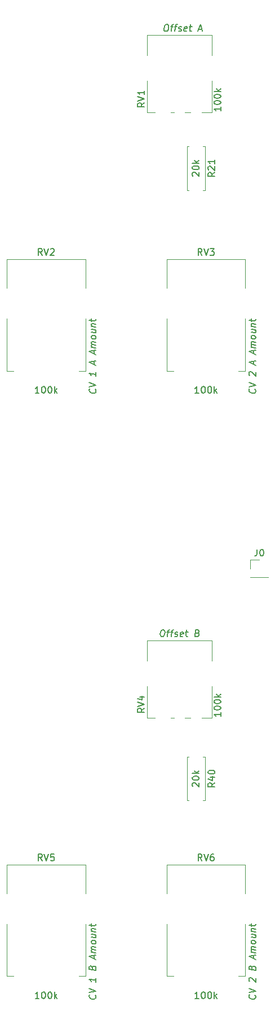
<source format=gto>
%TF.GenerationSoftware,KiCad,Pcbnew,9.0.0*%
%TF.CreationDate,2025-03-16T11:52:38+01:00*%
%TF.ProjectId,DMH_Transistor_VCA_PCB_Conn,444d485f-5472-4616-9e73-6973746f725f,1*%
%TF.SameCoordinates,Original*%
%TF.FileFunction,Legend,Top*%
%TF.FilePolarity,Positive*%
%FSLAX46Y46*%
G04 Gerber Fmt 4.6, Leading zero omitted, Abs format (unit mm)*
G04 Created by KiCad (PCBNEW 9.0.0) date 2025-03-16 11:52:38*
%MOMM*%
%LPD*%
G01*
G04 APERTURE LIST*
%ADD10C,0.150000*%
%ADD11C,0.120000*%
%ADD12C,1.600000*%
%ADD13O,1.600000X1.600000*%
%ADD14O,4.000000X4.200000*%
%ADD15C,1.800000*%
%ADD16R,1.800000X1.800000*%
%ADD17R,1.700000X1.700000*%
%ADD18O,2.720000X3.240000*%
%ADD19O,1.700000X1.700000*%
G04 APERTURE END LIST*
D10*
X88324819Y-75642857D02*
X87848628Y-75976190D01*
X88324819Y-76214285D02*
X87324819Y-76214285D01*
X87324819Y-76214285D02*
X87324819Y-75833333D01*
X87324819Y-75833333D02*
X87372438Y-75738095D01*
X87372438Y-75738095D02*
X87420057Y-75690476D01*
X87420057Y-75690476D02*
X87515295Y-75642857D01*
X87515295Y-75642857D02*
X87658152Y-75642857D01*
X87658152Y-75642857D02*
X87753390Y-75690476D01*
X87753390Y-75690476D02*
X87801009Y-75738095D01*
X87801009Y-75738095D02*
X87848628Y-75833333D01*
X87848628Y-75833333D02*
X87848628Y-76214285D01*
X87420057Y-75261904D02*
X87372438Y-75214285D01*
X87372438Y-75214285D02*
X87324819Y-75119047D01*
X87324819Y-75119047D02*
X87324819Y-74880952D01*
X87324819Y-74880952D02*
X87372438Y-74785714D01*
X87372438Y-74785714D02*
X87420057Y-74738095D01*
X87420057Y-74738095D02*
X87515295Y-74690476D01*
X87515295Y-74690476D02*
X87610533Y-74690476D01*
X87610533Y-74690476D02*
X87753390Y-74738095D01*
X87753390Y-74738095D02*
X88324819Y-75309523D01*
X88324819Y-75309523D02*
X88324819Y-74690476D01*
X88324819Y-73738095D02*
X88324819Y-74309523D01*
X88324819Y-74023809D02*
X87324819Y-74023809D01*
X87324819Y-74023809D02*
X87467676Y-74119047D01*
X87467676Y-74119047D02*
X87562914Y-74214285D01*
X87562914Y-74214285D02*
X87610533Y-74309523D01*
X85050057Y-76166666D02*
X85002438Y-76119047D01*
X85002438Y-76119047D02*
X84954819Y-76023809D01*
X84954819Y-76023809D02*
X84954819Y-75785714D01*
X84954819Y-75785714D02*
X85002438Y-75690476D01*
X85002438Y-75690476D02*
X85050057Y-75642857D01*
X85050057Y-75642857D02*
X85145295Y-75595238D01*
X85145295Y-75595238D02*
X85240533Y-75595238D01*
X85240533Y-75595238D02*
X85383390Y-75642857D01*
X85383390Y-75642857D02*
X85954819Y-76214285D01*
X85954819Y-76214285D02*
X85954819Y-75595238D01*
X84954819Y-74976190D02*
X84954819Y-74880952D01*
X84954819Y-74880952D02*
X85002438Y-74785714D01*
X85002438Y-74785714D02*
X85050057Y-74738095D01*
X85050057Y-74738095D02*
X85145295Y-74690476D01*
X85145295Y-74690476D02*
X85335771Y-74642857D01*
X85335771Y-74642857D02*
X85573866Y-74642857D01*
X85573866Y-74642857D02*
X85764342Y-74690476D01*
X85764342Y-74690476D02*
X85859580Y-74738095D01*
X85859580Y-74738095D02*
X85907200Y-74785714D01*
X85907200Y-74785714D02*
X85954819Y-74880952D01*
X85954819Y-74880952D02*
X85954819Y-74976190D01*
X85954819Y-74976190D02*
X85907200Y-75071428D01*
X85907200Y-75071428D02*
X85859580Y-75119047D01*
X85859580Y-75119047D02*
X85764342Y-75166666D01*
X85764342Y-75166666D02*
X85573866Y-75214285D01*
X85573866Y-75214285D02*
X85335771Y-75214285D01*
X85335771Y-75214285D02*
X85145295Y-75166666D01*
X85145295Y-75166666D02*
X85050057Y-75119047D01*
X85050057Y-75119047D02*
X85002438Y-75071428D01*
X85002438Y-75071428D02*
X84954819Y-74976190D01*
X85954819Y-74214285D02*
X84954819Y-74214285D01*
X85573866Y-74119047D02*
X85954819Y-73833333D01*
X85288152Y-73833333D02*
X85669104Y-74214285D01*
X86404761Y-88054819D02*
X86071428Y-87578628D01*
X85833333Y-88054819D02*
X85833333Y-87054819D01*
X85833333Y-87054819D02*
X86214285Y-87054819D01*
X86214285Y-87054819D02*
X86309523Y-87102438D01*
X86309523Y-87102438D02*
X86357142Y-87150057D01*
X86357142Y-87150057D02*
X86404761Y-87245295D01*
X86404761Y-87245295D02*
X86404761Y-87388152D01*
X86404761Y-87388152D02*
X86357142Y-87483390D01*
X86357142Y-87483390D02*
X86309523Y-87531009D01*
X86309523Y-87531009D02*
X86214285Y-87578628D01*
X86214285Y-87578628D02*
X85833333Y-87578628D01*
X86690476Y-87054819D02*
X87023809Y-88054819D01*
X87023809Y-88054819D02*
X87357142Y-87054819D01*
X87595238Y-87054819D02*
X88214285Y-87054819D01*
X88214285Y-87054819D02*
X87880952Y-87435771D01*
X87880952Y-87435771D02*
X88023809Y-87435771D01*
X88023809Y-87435771D02*
X88119047Y-87483390D01*
X88119047Y-87483390D02*
X88166666Y-87531009D01*
X88166666Y-87531009D02*
X88214285Y-87626247D01*
X88214285Y-87626247D02*
X88214285Y-87864342D01*
X88214285Y-87864342D02*
X88166666Y-87959580D01*
X88166666Y-87959580D02*
X88119047Y-88007200D01*
X88119047Y-88007200D02*
X88023809Y-88054819D01*
X88023809Y-88054819D02*
X87738095Y-88054819D01*
X87738095Y-88054819D02*
X87642857Y-88007200D01*
X87642857Y-88007200D02*
X87595238Y-87959580D01*
X85928571Y-108704819D02*
X85357143Y-108704819D01*
X85642857Y-108704819D02*
X85642857Y-107704819D01*
X85642857Y-107704819D02*
X85547619Y-107847676D01*
X85547619Y-107847676D02*
X85452381Y-107942914D01*
X85452381Y-107942914D02*
X85357143Y-107990533D01*
X86547619Y-107704819D02*
X86642857Y-107704819D01*
X86642857Y-107704819D02*
X86738095Y-107752438D01*
X86738095Y-107752438D02*
X86785714Y-107800057D01*
X86785714Y-107800057D02*
X86833333Y-107895295D01*
X86833333Y-107895295D02*
X86880952Y-108085771D01*
X86880952Y-108085771D02*
X86880952Y-108323866D01*
X86880952Y-108323866D02*
X86833333Y-108514342D01*
X86833333Y-108514342D02*
X86785714Y-108609580D01*
X86785714Y-108609580D02*
X86738095Y-108657200D01*
X86738095Y-108657200D02*
X86642857Y-108704819D01*
X86642857Y-108704819D02*
X86547619Y-108704819D01*
X86547619Y-108704819D02*
X86452381Y-108657200D01*
X86452381Y-108657200D02*
X86404762Y-108609580D01*
X86404762Y-108609580D02*
X86357143Y-108514342D01*
X86357143Y-108514342D02*
X86309524Y-108323866D01*
X86309524Y-108323866D02*
X86309524Y-108085771D01*
X86309524Y-108085771D02*
X86357143Y-107895295D01*
X86357143Y-107895295D02*
X86404762Y-107800057D01*
X86404762Y-107800057D02*
X86452381Y-107752438D01*
X86452381Y-107752438D02*
X86547619Y-107704819D01*
X87500000Y-107704819D02*
X87595238Y-107704819D01*
X87595238Y-107704819D02*
X87690476Y-107752438D01*
X87690476Y-107752438D02*
X87738095Y-107800057D01*
X87738095Y-107800057D02*
X87785714Y-107895295D01*
X87785714Y-107895295D02*
X87833333Y-108085771D01*
X87833333Y-108085771D02*
X87833333Y-108323866D01*
X87833333Y-108323866D02*
X87785714Y-108514342D01*
X87785714Y-108514342D02*
X87738095Y-108609580D01*
X87738095Y-108609580D02*
X87690476Y-108657200D01*
X87690476Y-108657200D02*
X87595238Y-108704819D01*
X87595238Y-108704819D02*
X87500000Y-108704819D01*
X87500000Y-108704819D02*
X87404762Y-108657200D01*
X87404762Y-108657200D02*
X87357143Y-108609580D01*
X87357143Y-108609580D02*
X87309524Y-108514342D01*
X87309524Y-108514342D02*
X87261905Y-108323866D01*
X87261905Y-108323866D02*
X87261905Y-108085771D01*
X87261905Y-108085771D02*
X87309524Y-107895295D01*
X87309524Y-107895295D02*
X87357143Y-107800057D01*
X87357143Y-107800057D02*
X87404762Y-107752438D01*
X87404762Y-107752438D02*
X87500000Y-107704819D01*
X88261905Y-108704819D02*
X88261905Y-107704819D01*
X88357143Y-108323866D02*
X88642857Y-108704819D01*
X88642857Y-108038152D02*
X88261905Y-108419104D01*
X94359580Y-108148809D02*
X94407200Y-108202381D01*
X94407200Y-108202381D02*
X94454819Y-108351190D01*
X94454819Y-108351190D02*
X94454819Y-108446428D01*
X94454819Y-108446428D02*
X94407200Y-108583333D01*
X94407200Y-108583333D02*
X94311961Y-108666666D01*
X94311961Y-108666666D02*
X94216723Y-108702381D01*
X94216723Y-108702381D02*
X94026247Y-108726190D01*
X94026247Y-108726190D02*
X93883390Y-108708333D01*
X93883390Y-108708333D02*
X93692914Y-108636905D01*
X93692914Y-108636905D02*
X93597676Y-108577381D01*
X93597676Y-108577381D02*
X93502438Y-108470238D01*
X93502438Y-108470238D02*
X93454819Y-108321428D01*
X93454819Y-108321428D02*
X93454819Y-108226190D01*
X93454819Y-108226190D02*
X93502438Y-108089286D01*
X93502438Y-108089286D02*
X93550057Y-108047619D01*
X93454819Y-107750000D02*
X94454819Y-107541666D01*
X94454819Y-107541666D02*
X93454819Y-107083333D01*
X93550057Y-106047618D02*
X93502438Y-105994047D01*
X93502438Y-105994047D02*
X93454819Y-105892857D01*
X93454819Y-105892857D02*
X93454819Y-105654761D01*
X93454819Y-105654761D02*
X93502438Y-105565476D01*
X93502438Y-105565476D02*
X93550057Y-105523809D01*
X93550057Y-105523809D02*
X93645295Y-105488095D01*
X93645295Y-105488095D02*
X93740533Y-105499999D01*
X93740533Y-105499999D02*
X93883390Y-105565476D01*
X93883390Y-105565476D02*
X94454819Y-106208333D01*
X94454819Y-106208333D02*
X94454819Y-105589285D01*
X94169104Y-104410713D02*
X94169104Y-103934523D01*
X94454819Y-104541666D02*
X93454819Y-104083332D01*
X93454819Y-104083332D02*
X94454819Y-103874999D01*
X94169104Y-102791665D02*
X94169104Y-102315475D01*
X94454819Y-102922618D02*
X93454819Y-102464284D01*
X93454819Y-102464284D02*
X94454819Y-102255951D01*
X94454819Y-101922618D02*
X93788152Y-101839284D01*
X93883390Y-101851189D02*
X93835771Y-101797618D01*
X93835771Y-101797618D02*
X93788152Y-101696427D01*
X93788152Y-101696427D02*
X93788152Y-101553570D01*
X93788152Y-101553570D02*
X93835771Y-101464284D01*
X93835771Y-101464284D02*
X93931009Y-101428570D01*
X93931009Y-101428570D02*
X94454819Y-101494046D01*
X93931009Y-101428570D02*
X93835771Y-101369046D01*
X93835771Y-101369046D02*
X93788152Y-101267856D01*
X93788152Y-101267856D02*
X93788152Y-101124999D01*
X93788152Y-101124999D02*
X93835771Y-101035713D01*
X93835771Y-101035713D02*
X93931009Y-100999999D01*
X93931009Y-100999999D02*
X94454819Y-101065475D01*
X94454819Y-100446428D02*
X94407200Y-100535713D01*
X94407200Y-100535713D02*
X94359580Y-100577380D01*
X94359580Y-100577380D02*
X94264342Y-100613094D01*
X94264342Y-100613094D02*
X93978628Y-100577380D01*
X93978628Y-100577380D02*
X93883390Y-100517856D01*
X93883390Y-100517856D02*
X93835771Y-100464285D01*
X93835771Y-100464285D02*
X93788152Y-100363094D01*
X93788152Y-100363094D02*
X93788152Y-100220237D01*
X93788152Y-100220237D02*
X93835771Y-100130951D01*
X93835771Y-100130951D02*
X93883390Y-100089285D01*
X93883390Y-100089285D02*
X93978628Y-100053570D01*
X93978628Y-100053570D02*
X94264342Y-100089285D01*
X94264342Y-100089285D02*
X94359580Y-100148808D01*
X94359580Y-100148808D02*
X94407200Y-100202380D01*
X94407200Y-100202380D02*
X94454819Y-100303570D01*
X94454819Y-100303570D02*
X94454819Y-100446428D01*
X93788152Y-99172618D02*
X94454819Y-99255951D01*
X93788152Y-99601189D02*
X94311961Y-99666666D01*
X94311961Y-99666666D02*
X94407200Y-99630951D01*
X94407200Y-99630951D02*
X94454819Y-99541666D01*
X94454819Y-99541666D02*
X94454819Y-99398808D01*
X94454819Y-99398808D02*
X94407200Y-99297618D01*
X94407200Y-99297618D02*
X94359580Y-99244046D01*
X93788152Y-98696427D02*
X94454819Y-98779761D01*
X93883390Y-98708332D02*
X93835771Y-98654761D01*
X93835771Y-98654761D02*
X93788152Y-98553570D01*
X93788152Y-98553570D02*
X93788152Y-98410713D01*
X93788152Y-98410713D02*
X93835771Y-98321427D01*
X93835771Y-98321427D02*
X93931009Y-98285713D01*
X93931009Y-98285713D02*
X94454819Y-98351189D01*
X93788152Y-97934522D02*
X93788152Y-97553570D01*
X93454819Y-97749999D02*
X94311961Y-97857142D01*
X94311961Y-97857142D02*
X94407200Y-97821427D01*
X94407200Y-97821427D02*
X94454819Y-97732142D01*
X94454819Y-97732142D02*
X94454819Y-97636903D01*
X62404761Y-88054819D02*
X62071428Y-87578628D01*
X61833333Y-88054819D02*
X61833333Y-87054819D01*
X61833333Y-87054819D02*
X62214285Y-87054819D01*
X62214285Y-87054819D02*
X62309523Y-87102438D01*
X62309523Y-87102438D02*
X62357142Y-87150057D01*
X62357142Y-87150057D02*
X62404761Y-87245295D01*
X62404761Y-87245295D02*
X62404761Y-87388152D01*
X62404761Y-87388152D02*
X62357142Y-87483390D01*
X62357142Y-87483390D02*
X62309523Y-87531009D01*
X62309523Y-87531009D02*
X62214285Y-87578628D01*
X62214285Y-87578628D02*
X61833333Y-87578628D01*
X62690476Y-87054819D02*
X63023809Y-88054819D01*
X63023809Y-88054819D02*
X63357142Y-87054819D01*
X63642857Y-87150057D02*
X63690476Y-87102438D01*
X63690476Y-87102438D02*
X63785714Y-87054819D01*
X63785714Y-87054819D02*
X64023809Y-87054819D01*
X64023809Y-87054819D02*
X64119047Y-87102438D01*
X64119047Y-87102438D02*
X64166666Y-87150057D01*
X64166666Y-87150057D02*
X64214285Y-87245295D01*
X64214285Y-87245295D02*
X64214285Y-87340533D01*
X64214285Y-87340533D02*
X64166666Y-87483390D01*
X64166666Y-87483390D02*
X63595238Y-88054819D01*
X63595238Y-88054819D02*
X64214285Y-88054819D01*
X61928571Y-108704819D02*
X61357143Y-108704819D01*
X61642857Y-108704819D02*
X61642857Y-107704819D01*
X61642857Y-107704819D02*
X61547619Y-107847676D01*
X61547619Y-107847676D02*
X61452381Y-107942914D01*
X61452381Y-107942914D02*
X61357143Y-107990533D01*
X62547619Y-107704819D02*
X62642857Y-107704819D01*
X62642857Y-107704819D02*
X62738095Y-107752438D01*
X62738095Y-107752438D02*
X62785714Y-107800057D01*
X62785714Y-107800057D02*
X62833333Y-107895295D01*
X62833333Y-107895295D02*
X62880952Y-108085771D01*
X62880952Y-108085771D02*
X62880952Y-108323866D01*
X62880952Y-108323866D02*
X62833333Y-108514342D01*
X62833333Y-108514342D02*
X62785714Y-108609580D01*
X62785714Y-108609580D02*
X62738095Y-108657200D01*
X62738095Y-108657200D02*
X62642857Y-108704819D01*
X62642857Y-108704819D02*
X62547619Y-108704819D01*
X62547619Y-108704819D02*
X62452381Y-108657200D01*
X62452381Y-108657200D02*
X62404762Y-108609580D01*
X62404762Y-108609580D02*
X62357143Y-108514342D01*
X62357143Y-108514342D02*
X62309524Y-108323866D01*
X62309524Y-108323866D02*
X62309524Y-108085771D01*
X62309524Y-108085771D02*
X62357143Y-107895295D01*
X62357143Y-107895295D02*
X62404762Y-107800057D01*
X62404762Y-107800057D02*
X62452381Y-107752438D01*
X62452381Y-107752438D02*
X62547619Y-107704819D01*
X63500000Y-107704819D02*
X63595238Y-107704819D01*
X63595238Y-107704819D02*
X63690476Y-107752438D01*
X63690476Y-107752438D02*
X63738095Y-107800057D01*
X63738095Y-107800057D02*
X63785714Y-107895295D01*
X63785714Y-107895295D02*
X63833333Y-108085771D01*
X63833333Y-108085771D02*
X63833333Y-108323866D01*
X63833333Y-108323866D02*
X63785714Y-108514342D01*
X63785714Y-108514342D02*
X63738095Y-108609580D01*
X63738095Y-108609580D02*
X63690476Y-108657200D01*
X63690476Y-108657200D02*
X63595238Y-108704819D01*
X63595238Y-108704819D02*
X63500000Y-108704819D01*
X63500000Y-108704819D02*
X63404762Y-108657200D01*
X63404762Y-108657200D02*
X63357143Y-108609580D01*
X63357143Y-108609580D02*
X63309524Y-108514342D01*
X63309524Y-108514342D02*
X63261905Y-108323866D01*
X63261905Y-108323866D02*
X63261905Y-108085771D01*
X63261905Y-108085771D02*
X63309524Y-107895295D01*
X63309524Y-107895295D02*
X63357143Y-107800057D01*
X63357143Y-107800057D02*
X63404762Y-107752438D01*
X63404762Y-107752438D02*
X63500000Y-107704819D01*
X64261905Y-108704819D02*
X64261905Y-107704819D01*
X64357143Y-108323866D02*
X64642857Y-108704819D01*
X64642857Y-108038152D02*
X64261905Y-108419104D01*
X70359580Y-108148809D02*
X70407200Y-108202381D01*
X70407200Y-108202381D02*
X70454819Y-108351190D01*
X70454819Y-108351190D02*
X70454819Y-108446428D01*
X70454819Y-108446428D02*
X70407200Y-108583333D01*
X70407200Y-108583333D02*
X70311961Y-108666666D01*
X70311961Y-108666666D02*
X70216723Y-108702381D01*
X70216723Y-108702381D02*
X70026247Y-108726190D01*
X70026247Y-108726190D02*
X69883390Y-108708333D01*
X69883390Y-108708333D02*
X69692914Y-108636905D01*
X69692914Y-108636905D02*
X69597676Y-108577381D01*
X69597676Y-108577381D02*
X69502438Y-108470238D01*
X69502438Y-108470238D02*
X69454819Y-108321428D01*
X69454819Y-108321428D02*
X69454819Y-108226190D01*
X69454819Y-108226190D02*
X69502438Y-108089286D01*
X69502438Y-108089286D02*
X69550057Y-108047619D01*
X69454819Y-107750000D02*
X70454819Y-107541666D01*
X70454819Y-107541666D02*
X69454819Y-107083333D01*
X70454819Y-105589285D02*
X70454819Y-106160714D01*
X70454819Y-105874999D02*
X69454819Y-105749999D01*
X69454819Y-105749999D02*
X69597676Y-105863095D01*
X69597676Y-105863095D02*
X69692914Y-105970238D01*
X69692914Y-105970238D02*
X69740533Y-106071428D01*
X70169104Y-104410713D02*
X70169104Y-103934523D01*
X70454819Y-104541666D02*
X69454819Y-104083332D01*
X69454819Y-104083332D02*
X70454819Y-103874999D01*
X70169104Y-102791665D02*
X70169104Y-102315475D01*
X70454819Y-102922618D02*
X69454819Y-102464284D01*
X69454819Y-102464284D02*
X70454819Y-102255951D01*
X70454819Y-101922618D02*
X69788152Y-101839284D01*
X69883390Y-101851189D02*
X69835771Y-101797618D01*
X69835771Y-101797618D02*
X69788152Y-101696427D01*
X69788152Y-101696427D02*
X69788152Y-101553570D01*
X69788152Y-101553570D02*
X69835771Y-101464284D01*
X69835771Y-101464284D02*
X69931009Y-101428570D01*
X69931009Y-101428570D02*
X70454819Y-101494046D01*
X69931009Y-101428570D02*
X69835771Y-101369046D01*
X69835771Y-101369046D02*
X69788152Y-101267856D01*
X69788152Y-101267856D02*
X69788152Y-101124999D01*
X69788152Y-101124999D02*
X69835771Y-101035713D01*
X69835771Y-101035713D02*
X69931009Y-100999999D01*
X69931009Y-100999999D02*
X70454819Y-101065475D01*
X70454819Y-100446428D02*
X70407200Y-100535713D01*
X70407200Y-100535713D02*
X70359580Y-100577380D01*
X70359580Y-100577380D02*
X70264342Y-100613094D01*
X70264342Y-100613094D02*
X69978628Y-100577380D01*
X69978628Y-100577380D02*
X69883390Y-100517856D01*
X69883390Y-100517856D02*
X69835771Y-100464285D01*
X69835771Y-100464285D02*
X69788152Y-100363094D01*
X69788152Y-100363094D02*
X69788152Y-100220237D01*
X69788152Y-100220237D02*
X69835771Y-100130951D01*
X69835771Y-100130951D02*
X69883390Y-100089285D01*
X69883390Y-100089285D02*
X69978628Y-100053570D01*
X69978628Y-100053570D02*
X70264342Y-100089285D01*
X70264342Y-100089285D02*
X70359580Y-100148808D01*
X70359580Y-100148808D02*
X70407200Y-100202380D01*
X70407200Y-100202380D02*
X70454819Y-100303570D01*
X70454819Y-100303570D02*
X70454819Y-100446428D01*
X69788152Y-99172618D02*
X70454819Y-99255951D01*
X69788152Y-99601189D02*
X70311961Y-99666666D01*
X70311961Y-99666666D02*
X70407200Y-99630951D01*
X70407200Y-99630951D02*
X70454819Y-99541666D01*
X70454819Y-99541666D02*
X70454819Y-99398808D01*
X70454819Y-99398808D02*
X70407200Y-99297618D01*
X70407200Y-99297618D02*
X70359580Y-99244046D01*
X69788152Y-98696427D02*
X70454819Y-98779761D01*
X69883390Y-98708332D02*
X69835771Y-98654761D01*
X69835771Y-98654761D02*
X69788152Y-98553570D01*
X69788152Y-98553570D02*
X69788152Y-98410713D01*
X69788152Y-98410713D02*
X69835771Y-98321427D01*
X69835771Y-98321427D02*
X69931009Y-98285713D01*
X69931009Y-98285713D02*
X70454819Y-98351189D01*
X69788152Y-97934522D02*
X69788152Y-97553570D01*
X69454819Y-97749999D02*
X70311961Y-97857142D01*
X70311961Y-97857142D02*
X70407200Y-97821427D01*
X70407200Y-97821427D02*
X70454819Y-97732142D01*
X70454819Y-97732142D02*
X70454819Y-97636903D01*
X94666666Y-132124819D02*
X94666666Y-132839104D01*
X94666666Y-132839104D02*
X94619047Y-132981961D01*
X94619047Y-132981961D02*
X94523809Y-133077200D01*
X94523809Y-133077200D02*
X94380952Y-133124819D01*
X94380952Y-133124819D02*
X94285714Y-133124819D01*
X95333333Y-132124819D02*
X95428571Y-132124819D01*
X95428571Y-132124819D02*
X95523809Y-132172438D01*
X95523809Y-132172438D02*
X95571428Y-132220057D01*
X95571428Y-132220057D02*
X95619047Y-132315295D01*
X95619047Y-132315295D02*
X95666666Y-132505771D01*
X95666666Y-132505771D02*
X95666666Y-132743866D01*
X95666666Y-132743866D02*
X95619047Y-132934342D01*
X95619047Y-132934342D02*
X95571428Y-133029580D01*
X95571428Y-133029580D02*
X95523809Y-133077200D01*
X95523809Y-133077200D02*
X95428571Y-133124819D01*
X95428571Y-133124819D02*
X95333333Y-133124819D01*
X95333333Y-133124819D02*
X95238095Y-133077200D01*
X95238095Y-133077200D02*
X95190476Y-133029580D01*
X95190476Y-133029580D02*
X95142857Y-132934342D01*
X95142857Y-132934342D02*
X95095238Y-132743866D01*
X95095238Y-132743866D02*
X95095238Y-132505771D01*
X95095238Y-132505771D02*
X95142857Y-132315295D01*
X95142857Y-132315295D02*
X95190476Y-132220057D01*
X95190476Y-132220057D02*
X95238095Y-132172438D01*
X95238095Y-132172438D02*
X95333333Y-132124819D01*
X62404761Y-178804819D02*
X62071428Y-178328628D01*
X61833333Y-178804819D02*
X61833333Y-177804819D01*
X61833333Y-177804819D02*
X62214285Y-177804819D01*
X62214285Y-177804819D02*
X62309523Y-177852438D01*
X62309523Y-177852438D02*
X62357142Y-177900057D01*
X62357142Y-177900057D02*
X62404761Y-177995295D01*
X62404761Y-177995295D02*
X62404761Y-178138152D01*
X62404761Y-178138152D02*
X62357142Y-178233390D01*
X62357142Y-178233390D02*
X62309523Y-178281009D01*
X62309523Y-178281009D02*
X62214285Y-178328628D01*
X62214285Y-178328628D02*
X61833333Y-178328628D01*
X62690476Y-177804819D02*
X63023809Y-178804819D01*
X63023809Y-178804819D02*
X63357142Y-177804819D01*
X64166666Y-177804819D02*
X63690476Y-177804819D01*
X63690476Y-177804819D02*
X63642857Y-178281009D01*
X63642857Y-178281009D02*
X63690476Y-178233390D01*
X63690476Y-178233390D02*
X63785714Y-178185771D01*
X63785714Y-178185771D02*
X64023809Y-178185771D01*
X64023809Y-178185771D02*
X64119047Y-178233390D01*
X64119047Y-178233390D02*
X64166666Y-178281009D01*
X64166666Y-178281009D02*
X64214285Y-178376247D01*
X64214285Y-178376247D02*
X64214285Y-178614342D01*
X64214285Y-178614342D02*
X64166666Y-178709580D01*
X64166666Y-178709580D02*
X64119047Y-178757200D01*
X64119047Y-178757200D02*
X64023809Y-178804819D01*
X64023809Y-178804819D02*
X63785714Y-178804819D01*
X63785714Y-178804819D02*
X63690476Y-178757200D01*
X63690476Y-178757200D02*
X63642857Y-178709580D01*
X61928571Y-199454819D02*
X61357143Y-199454819D01*
X61642857Y-199454819D02*
X61642857Y-198454819D01*
X61642857Y-198454819D02*
X61547619Y-198597676D01*
X61547619Y-198597676D02*
X61452381Y-198692914D01*
X61452381Y-198692914D02*
X61357143Y-198740533D01*
X62547619Y-198454819D02*
X62642857Y-198454819D01*
X62642857Y-198454819D02*
X62738095Y-198502438D01*
X62738095Y-198502438D02*
X62785714Y-198550057D01*
X62785714Y-198550057D02*
X62833333Y-198645295D01*
X62833333Y-198645295D02*
X62880952Y-198835771D01*
X62880952Y-198835771D02*
X62880952Y-199073866D01*
X62880952Y-199073866D02*
X62833333Y-199264342D01*
X62833333Y-199264342D02*
X62785714Y-199359580D01*
X62785714Y-199359580D02*
X62738095Y-199407200D01*
X62738095Y-199407200D02*
X62642857Y-199454819D01*
X62642857Y-199454819D02*
X62547619Y-199454819D01*
X62547619Y-199454819D02*
X62452381Y-199407200D01*
X62452381Y-199407200D02*
X62404762Y-199359580D01*
X62404762Y-199359580D02*
X62357143Y-199264342D01*
X62357143Y-199264342D02*
X62309524Y-199073866D01*
X62309524Y-199073866D02*
X62309524Y-198835771D01*
X62309524Y-198835771D02*
X62357143Y-198645295D01*
X62357143Y-198645295D02*
X62404762Y-198550057D01*
X62404762Y-198550057D02*
X62452381Y-198502438D01*
X62452381Y-198502438D02*
X62547619Y-198454819D01*
X63500000Y-198454819D02*
X63595238Y-198454819D01*
X63595238Y-198454819D02*
X63690476Y-198502438D01*
X63690476Y-198502438D02*
X63738095Y-198550057D01*
X63738095Y-198550057D02*
X63785714Y-198645295D01*
X63785714Y-198645295D02*
X63833333Y-198835771D01*
X63833333Y-198835771D02*
X63833333Y-199073866D01*
X63833333Y-199073866D02*
X63785714Y-199264342D01*
X63785714Y-199264342D02*
X63738095Y-199359580D01*
X63738095Y-199359580D02*
X63690476Y-199407200D01*
X63690476Y-199407200D02*
X63595238Y-199454819D01*
X63595238Y-199454819D02*
X63500000Y-199454819D01*
X63500000Y-199454819D02*
X63404762Y-199407200D01*
X63404762Y-199407200D02*
X63357143Y-199359580D01*
X63357143Y-199359580D02*
X63309524Y-199264342D01*
X63309524Y-199264342D02*
X63261905Y-199073866D01*
X63261905Y-199073866D02*
X63261905Y-198835771D01*
X63261905Y-198835771D02*
X63309524Y-198645295D01*
X63309524Y-198645295D02*
X63357143Y-198550057D01*
X63357143Y-198550057D02*
X63404762Y-198502438D01*
X63404762Y-198502438D02*
X63500000Y-198454819D01*
X64261905Y-199454819D02*
X64261905Y-198454819D01*
X64357143Y-199073866D02*
X64642857Y-199454819D01*
X64642857Y-198788152D02*
X64261905Y-199169104D01*
X70359580Y-198970238D02*
X70407200Y-199023810D01*
X70407200Y-199023810D02*
X70454819Y-199172619D01*
X70454819Y-199172619D02*
X70454819Y-199267857D01*
X70454819Y-199267857D02*
X70407200Y-199404762D01*
X70407200Y-199404762D02*
X70311961Y-199488095D01*
X70311961Y-199488095D02*
X70216723Y-199523810D01*
X70216723Y-199523810D02*
X70026247Y-199547619D01*
X70026247Y-199547619D02*
X69883390Y-199529762D01*
X69883390Y-199529762D02*
X69692914Y-199458334D01*
X69692914Y-199458334D02*
X69597676Y-199398810D01*
X69597676Y-199398810D02*
X69502438Y-199291667D01*
X69502438Y-199291667D02*
X69454819Y-199142857D01*
X69454819Y-199142857D02*
X69454819Y-199047619D01*
X69454819Y-199047619D02*
X69502438Y-198910715D01*
X69502438Y-198910715D02*
X69550057Y-198869048D01*
X69454819Y-198571429D02*
X70454819Y-198363095D01*
X70454819Y-198363095D02*
X69454819Y-197904762D01*
X70454819Y-196410714D02*
X70454819Y-196982143D01*
X70454819Y-196696428D02*
X69454819Y-196571428D01*
X69454819Y-196571428D02*
X69597676Y-196684524D01*
X69597676Y-196684524D02*
X69692914Y-196791667D01*
X69692914Y-196791667D02*
X69740533Y-196892857D01*
X69931009Y-194821428D02*
X69978628Y-194684523D01*
X69978628Y-194684523D02*
X70026247Y-194642857D01*
X70026247Y-194642857D02*
X70121485Y-194607142D01*
X70121485Y-194607142D02*
X70264342Y-194625000D01*
X70264342Y-194625000D02*
X70359580Y-194684523D01*
X70359580Y-194684523D02*
X70407200Y-194738095D01*
X70407200Y-194738095D02*
X70454819Y-194839285D01*
X70454819Y-194839285D02*
X70454819Y-195220238D01*
X70454819Y-195220238D02*
X69454819Y-195095238D01*
X69454819Y-195095238D02*
X69454819Y-194761904D01*
X69454819Y-194761904D02*
X69502438Y-194672619D01*
X69502438Y-194672619D02*
X69550057Y-194630952D01*
X69550057Y-194630952D02*
X69645295Y-194595238D01*
X69645295Y-194595238D02*
X69740533Y-194607142D01*
X69740533Y-194607142D02*
X69835771Y-194666666D01*
X69835771Y-194666666D02*
X69883390Y-194720238D01*
X69883390Y-194720238D02*
X69931009Y-194821428D01*
X69931009Y-194821428D02*
X69931009Y-195154761D01*
X70169104Y-193470237D02*
X70169104Y-192994047D01*
X70454819Y-193601190D02*
X69454819Y-193142856D01*
X69454819Y-193142856D02*
X70454819Y-192934523D01*
X70454819Y-192601190D02*
X69788152Y-192517856D01*
X69883390Y-192529761D02*
X69835771Y-192476190D01*
X69835771Y-192476190D02*
X69788152Y-192374999D01*
X69788152Y-192374999D02*
X69788152Y-192232142D01*
X69788152Y-192232142D02*
X69835771Y-192142856D01*
X69835771Y-192142856D02*
X69931009Y-192107142D01*
X69931009Y-192107142D02*
X70454819Y-192172618D01*
X69931009Y-192107142D02*
X69835771Y-192047618D01*
X69835771Y-192047618D02*
X69788152Y-191946428D01*
X69788152Y-191946428D02*
X69788152Y-191803571D01*
X69788152Y-191803571D02*
X69835771Y-191714285D01*
X69835771Y-191714285D02*
X69931009Y-191678571D01*
X69931009Y-191678571D02*
X70454819Y-191744047D01*
X70454819Y-191125000D02*
X70407200Y-191214285D01*
X70407200Y-191214285D02*
X70359580Y-191255952D01*
X70359580Y-191255952D02*
X70264342Y-191291666D01*
X70264342Y-191291666D02*
X69978628Y-191255952D01*
X69978628Y-191255952D02*
X69883390Y-191196428D01*
X69883390Y-191196428D02*
X69835771Y-191142857D01*
X69835771Y-191142857D02*
X69788152Y-191041666D01*
X69788152Y-191041666D02*
X69788152Y-190898809D01*
X69788152Y-190898809D02*
X69835771Y-190809523D01*
X69835771Y-190809523D02*
X69883390Y-190767857D01*
X69883390Y-190767857D02*
X69978628Y-190732142D01*
X69978628Y-190732142D02*
X70264342Y-190767857D01*
X70264342Y-190767857D02*
X70359580Y-190827380D01*
X70359580Y-190827380D02*
X70407200Y-190880952D01*
X70407200Y-190880952D02*
X70454819Y-190982142D01*
X70454819Y-190982142D02*
X70454819Y-191125000D01*
X69788152Y-189851190D02*
X70454819Y-189934523D01*
X69788152Y-190279761D02*
X70311961Y-190345238D01*
X70311961Y-190345238D02*
X70407200Y-190309523D01*
X70407200Y-190309523D02*
X70454819Y-190220238D01*
X70454819Y-190220238D02*
X70454819Y-190077380D01*
X70454819Y-190077380D02*
X70407200Y-189976190D01*
X70407200Y-189976190D02*
X70359580Y-189922618D01*
X69788152Y-189374999D02*
X70454819Y-189458333D01*
X69883390Y-189386904D02*
X69835771Y-189333333D01*
X69835771Y-189333333D02*
X69788152Y-189232142D01*
X69788152Y-189232142D02*
X69788152Y-189089285D01*
X69788152Y-189089285D02*
X69835771Y-188999999D01*
X69835771Y-188999999D02*
X69931009Y-188964285D01*
X69931009Y-188964285D02*
X70454819Y-189029761D01*
X69788152Y-188613094D02*
X69788152Y-188232142D01*
X69454819Y-188428571D02*
X70311961Y-188535714D01*
X70311961Y-188535714D02*
X70407200Y-188499999D01*
X70407200Y-188499999D02*
X70454819Y-188410714D01*
X70454819Y-188410714D02*
X70454819Y-188315475D01*
X88324819Y-167142857D02*
X87848628Y-167476190D01*
X88324819Y-167714285D02*
X87324819Y-167714285D01*
X87324819Y-167714285D02*
X87324819Y-167333333D01*
X87324819Y-167333333D02*
X87372438Y-167238095D01*
X87372438Y-167238095D02*
X87420057Y-167190476D01*
X87420057Y-167190476D02*
X87515295Y-167142857D01*
X87515295Y-167142857D02*
X87658152Y-167142857D01*
X87658152Y-167142857D02*
X87753390Y-167190476D01*
X87753390Y-167190476D02*
X87801009Y-167238095D01*
X87801009Y-167238095D02*
X87848628Y-167333333D01*
X87848628Y-167333333D02*
X87848628Y-167714285D01*
X87658152Y-166285714D02*
X88324819Y-166285714D01*
X87277200Y-166523809D02*
X87991485Y-166761904D01*
X87991485Y-166761904D02*
X87991485Y-166142857D01*
X87324819Y-165571428D02*
X87324819Y-165476190D01*
X87324819Y-165476190D02*
X87372438Y-165380952D01*
X87372438Y-165380952D02*
X87420057Y-165333333D01*
X87420057Y-165333333D02*
X87515295Y-165285714D01*
X87515295Y-165285714D02*
X87705771Y-165238095D01*
X87705771Y-165238095D02*
X87943866Y-165238095D01*
X87943866Y-165238095D02*
X88134342Y-165285714D01*
X88134342Y-165285714D02*
X88229580Y-165333333D01*
X88229580Y-165333333D02*
X88277200Y-165380952D01*
X88277200Y-165380952D02*
X88324819Y-165476190D01*
X88324819Y-165476190D02*
X88324819Y-165571428D01*
X88324819Y-165571428D02*
X88277200Y-165666666D01*
X88277200Y-165666666D02*
X88229580Y-165714285D01*
X88229580Y-165714285D02*
X88134342Y-165761904D01*
X88134342Y-165761904D02*
X87943866Y-165809523D01*
X87943866Y-165809523D02*
X87705771Y-165809523D01*
X87705771Y-165809523D02*
X87515295Y-165761904D01*
X87515295Y-165761904D02*
X87420057Y-165714285D01*
X87420057Y-165714285D02*
X87372438Y-165666666D01*
X87372438Y-165666666D02*
X87324819Y-165571428D01*
X85050057Y-167666666D02*
X85002438Y-167619047D01*
X85002438Y-167619047D02*
X84954819Y-167523809D01*
X84954819Y-167523809D02*
X84954819Y-167285714D01*
X84954819Y-167285714D02*
X85002438Y-167190476D01*
X85002438Y-167190476D02*
X85050057Y-167142857D01*
X85050057Y-167142857D02*
X85145295Y-167095238D01*
X85145295Y-167095238D02*
X85240533Y-167095238D01*
X85240533Y-167095238D02*
X85383390Y-167142857D01*
X85383390Y-167142857D02*
X85954819Y-167714285D01*
X85954819Y-167714285D02*
X85954819Y-167095238D01*
X84954819Y-166476190D02*
X84954819Y-166380952D01*
X84954819Y-166380952D02*
X85002438Y-166285714D01*
X85002438Y-166285714D02*
X85050057Y-166238095D01*
X85050057Y-166238095D02*
X85145295Y-166190476D01*
X85145295Y-166190476D02*
X85335771Y-166142857D01*
X85335771Y-166142857D02*
X85573866Y-166142857D01*
X85573866Y-166142857D02*
X85764342Y-166190476D01*
X85764342Y-166190476D02*
X85859580Y-166238095D01*
X85859580Y-166238095D02*
X85907200Y-166285714D01*
X85907200Y-166285714D02*
X85954819Y-166380952D01*
X85954819Y-166380952D02*
X85954819Y-166476190D01*
X85954819Y-166476190D02*
X85907200Y-166571428D01*
X85907200Y-166571428D02*
X85859580Y-166619047D01*
X85859580Y-166619047D02*
X85764342Y-166666666D01*
X85764342Y-166666666D02*
X85573866Y-166714285D01*
X85573866Y-166714285D02*
X85335771Y-166714285D01*
X85335771Y-166714285D02*
X85145295Y-166666666D01*
X85145295Y-166666666D02*
X85050057Y-166619047D01*
X85050057Y-166619047D02*
X85002438Y-166571428D01*
X85002438Y-166571428D02*
X84954819Y-166476190D01*
X85954819Y-165714285D02*
X84954819Y-165714285D01*
X85573866Y-165619047D02*
X85954819Y-165333333D01*
X85288152Y-165333333D02*
X85669104Y-165714285D01*
X77754819Y-155945238D02*
X77278628Y-156278571D01*
X77754819Y-156516666D02*
X76754819Y-156516666D01*
X76754819Y-156516666D02*
X76754819Y-156135714D01*
X76754819Y-156135714D02*
X76802438Y-156040476D01*
X76802438Y-156040476D02*
X76850057Y-155992857D01*
X76850057Y-155992857D02*
X76945295Y-155945238D01*
X76945295Y-155945238D02*
X77088152Y-155945238D01*
X77088152Y-155945238D02*
X77183390Y-155992857D01*
X77183390Y-155992857D02*
X77231009Y-156040476D01*
X77231009Y-156040476D02*
X77278628Y-156135714D01*
X77278628Y-156135714D02*
X77278628Y-156516666D01*
X76754819Y-155659523D02*
X77754819Y-155326190D01*
X77754819Y-155326190D02*
X76754819Y-154992857D01*
X77088152Y-154230952D02*
X77754819Y-154230952D01*
X76707200Y-154469047D02*
X77421485Y-154707142D01*
X77421485Y-154707142D02*
X77421485Y-154088095D01*
X89204819Y-156571428D02*
X89204819Y-157142856D01*
X89204819Y-156857142D02*
X88204819Y-156857142D01*
X88204819Y-156857142D02*
X88347676Y-156952380D01*
X88347676Y-156952380D02*
X88442914Y-157047618D01*
X88442914Y-157047618D02*
X88490533Y-157142856D01*
X88204819Y-155952380D02*
X88204819Y-155857142D01*
X88204819Y-155857142D02*
X88252438Y-155761904D01*
X88252438Y-155761904D02*
X88300057Y-155714285D01*
X88300057Y-155714285D02*
X88395295Y-155666666D01*
X88395295Y-155666666D02*
X88585771Y-155619047D01*
X88585771Y-155619047D02*
X88823866Y-155619047D01*
X88823866Y-155619047D02*
X89014342Y-155666666D01*
X89014342Y-155666666D02*
X89109580Y-155714285D01*
X89109580Y-155714285D02*
X89157200Y-155761904D01*
X89157200Y-155761904D02*
X89204819Y-155857142D01*
X89204819Y-155857142D02*
X89204819Y-155952380D01*
X89204819Y-155952380D02*
X89157200Y-156047618D01*
X89157200Y-156047618D02*
X89109580Y-156095237D01*
X89109580Y-156095237D02*
X89014342Y-156142856D01*
X89014342Y-156142856D02*
X88823866Y-156190475D01*
X88823866Y-156190475D02*
X88585771Y-156190475D01*
X88585771Y-156190475D02*
X88395295Y-156142856D01*
X88395295Y-156142856D02*
X88300057Y-156095237D01*
X88300057Y-156095237D02*
X88252438Y-156047618D01*
X88252438Y-156047618D02*
X88204819Y-155952380D01*
X88204819Y-154999999D02*
X88204819Y-154904761D01*
X88204819Y-154904761D02*
X88252438Y-154809523D01*
X88252438Y-154809523D02*
X88300057Y-154761904D01*
X88300057Y-154761904D02*
X88395295Y-154714285D01*
X88395295Y-154714285D02*
X88585771Y-154666666D01*
X88585771Y-154666666D02*
X88823866Y-154666666D01*
X88823866Y-154666666D02*
X89014342Y-154714285D01*
X89014342Y-154714285D02*
X89109580Y-154761904D01*
X89109580Y-154761904D02*
X89157200Y-154809523D01*
X89157200Y-154809523D02*
X89204819Y-154904761D01*
X89204819Y-154904761D02*
X89204819Y-154999999D01*
X89204819Y-154999999D02*
X89157200Y-155095237D01*
X89157200Y-155095237D02*
X89109580Y-155142856D01*
X89109580Y-155142856D02*
X89014342Y-155190475D01*
X89014342Y-155190475D02*
X88823866Y-155238094D01*
X88823866Y-155238094D02*
X88585771Y-155238094D01*
X88585771Y-155238094D02*
X88395295Y-155190475D01*
X88395295Y-155190475D02*
X88300057Y-155142856D01*
X88300057Y-155142856D02*
X88252438Y-155095237D01*
X88252438Y-155095237D02*
X88204819Y-154999999D01*
X89204819Y-154238094D02*
X88204819Y-154238094D01*
X88823866Y-154142856D02*
X89204819Y-153857142D01*
X88538152Y-153857142D02*
X88919104Y-154238094D01*
X80452380Y-144204819D02*
X80642856Y-144204819D01*
X80642856Y-144204819D02*
X80732141Y-144252438D01*
X80732141Y-144252438D02*
X80815475Y-144347676D01*
X80815475Y-144347676D02*
X80839284Y-144538152D01*
X80839284Y-144538152D02*
X80797618Y-144871485D01*
X80797618Y-144871485D02*
X80726189Y-145061961D01*
X80726189Y-145061961D02*
X80619046Y-145157200D01*
X80619046Y-145157200D02*
X80517856Y-145204819D01*
X80517856Y-145204819D02*
X80327380Y-145204819D01*
X80327380Y-145204819D02*
X80238094Y-145157200D01*
X80238094Y-145157200D02*
X80154761Y-145061961D01*
X80154761Y-145061961D02*
X80130951Y-144871485D01*
X80130951Y-144871485D02*
X80172618Y-144538152D01*
X80172618Y-144538152D02*
X80244046Y-144347676D01*
X80244046Y-144347676D02*
X80351189Y-144252438D01*
X80351189Y-144252438D02*
X80452380Y-144204819D01*
X81124999Y-144538152D02*
X81505951Y-144538152D01*
X81184522Y-145204819D02*
X81291665Y-144347676D01*
X81291665Y-144347676D02*
X81351189Y-144252438D01*
X81351189Y-144252438D02*
X81452380Y-144204819D01*
X81452380Y-144204819D02*
X81547618Y-144204819D01*
X81696428Y-144538152D02*
X82077380Y-144538152D01*
X81755951Y-145204819D02*
X81863094Y-144347676D01*
X81863094Y-144347676D02*
X81922618Y-144252438D01*
X81922618Y-144252438D02*
X82023809Y-144204819D01*
X82023809Y-144204819D02*
X82119047Y-144204819D01*
X82285714Y-145157200D02*
X82374999Y-145204819D01*
X82374999Y-145204819D02*
X82565476Y-145204819D01*
X82565476Y-145204819D02*
X82666666Y-145157200D01*
X82666666Y-145157200D02*
X82726190Y-145061961D01*
X82726190Y-145061961D02*
X82732142Y-145014342D01*
X82732142Y-145014342D02*
X82696428Y-144919104D01*
X82696428Y-144919104D02*
X82607142Y-144871485D01*
X82607142Y-144871485D02*
X82464285Y-144871485D01*
X82464285Y-144871485D02*
X82374999Y-144823866D01*
X82374999Y-144823866D02*
X82339285Y-144728628D01*
X82339285Y-144728628D02*
X82345238Y-144681009D01*
X82345238Y-144681009D02*
X82404761Y-144585771D01*
X82404761Y-144585771D02*
X82505952Y-144538152D01*
X82505952Y-144538152D02*
X82648809Y-144538152D01*
X82648809Y-144538152D02*
X82738095Y-144585771D01*
X83523809Y-145157200D02*
X83422619Y-145204819D01*
X83422619Y-145204819D02*
X83232142Y-145204819D01*
X83232142Y-145204819D02*
X83142857Y-145157200D01*
X83142857Y-145157200D02*
X83107142Y-145061961D01*
X83107142Y-145061961D02*
X83154762Y-144681009D01*
X83154762Y-144681009D02*
X83214285Y-144585771D01*
X83214285Y-144585771D02*
X83315476Y-144538152D01*
X83315476Y-144538152D02*
X83505952Y-144538152D01*
X83505952Y-144538152D02*
X83595238Y-144585771D01*
X83595238Y-144585771D02*
X83630952Y-144681009D01*
X83630952Y-144681009D02*
X83619047Y-144776247D01*
X83619047Y-144776247D02*
X83130952Y-144871485D01*
X83934524Y-144538152D02*
X84315476Y-144538152D01*
X84119047Y-144204819D02*
X84011905Y-145061961D01*
X84011905Y-145061961D02*
X84047619Y-145157200D01*
X84047619Y-145157200D02*
X84136905Y-145204819D01*
X84136905Y-145204819D02*
X84232143Y-145204819D01*
X85726191Y-144681009D02*
X85863096Y-144728628D01*
X85863096Y-144728628D02*
X85904762Y-144776247D01*
X85904762Y-144776247D02*
X85940477Y-144871485D01*
X85940477Y-144871485D02*
X85922619Y-145014342D01*
X85922619Y-145014342D02*
X85863096Y-145109580D01*
X85863096Y-145109580D02*
X85809524Y-145157200D01*
X85809524Y-145157200D02*
X85708334Y-145204819D01*
X85708334Y-145204819D02*
X85327381Y-145204819D01*
X85327381Y-145204819D02*
X85452381Y-144204819D01*
X85452381Y-144204819D02*
X85785715Y-144204819D01*
X85785715Y-144204819D02*
X85875000Y-144252438D01*
X85875000Y-144252438D02*
X85916667Y-144300057D01*
X85916667Y-144300057D02*
X85952381Y-144395295D01*
X85952381Y-144395295D02*
X85940477Y-144490533D01*
X85940477Y-144490533D02*
X85880953Y-144585771D01*
X85880953Y-144585771D02*
X85827381Y-144633390D01*
X85827381Y-144633390D02*
X85726191Y-144681009D01*
X85726191Y-144681009D02*
X85392858Y-144681009D01*
X86404761Y-178804819D02*
X86071428Y-178328628D01*
X85833333Y-178804819D02*
X85833333Y-177804819D01*
X85833333Y-177804819D02*
X86214285Y-177804819D01*
X86214285Y-177804819D02*
X86309523Y-177852438D01*
X86309523Y-177852438D02*
X86357142Y-177900057D01*
X86357142Y-177900057D02*
X86404761Y-177995295D01*
X86404761Y-177995295D02*
X86404761Y-178138152D01*
X86404761Y-178138152D02*
X86357142Y-178233390D01*
X86357142Y-178233390D02*
X86309523Y-178281009D01*
X86309523Y-178281009D02*
X86214285Y-178328628D01*
X86214285Y-178328628D02*
X85833333Y-178328628D01*
X86690476Y-177804819D02*
X87023809Y-178804819D01*
X87023809Y-178804819D02*
X87357142Y-177804819D01*
X88119047Y-177804819D02*
X87928571Y-177804819D01*
X87928571Y-177804819D02*
X87833333Y-177852438D01*
X87833333Y-177852438D02*
X87785714Y-177900057D01*
X87785714Y-177900057D02*
X87690476Y-178042914D01*
X87690476Y-178042914D02*
X87642857Y-178233390D01*
X87642857Y-178233390D02*
X87642857Y-178614342D01*
X87642857Y-178614342D02*
X87690476Y-178709580D01*
X87690476Y-178709580D02*
X87738095Y-178757200D01*
X87738095Y-178757200D02*
X87833333Y-178804819D01*
X87833333Y-178804819D02*
X88023809Y-178804819D01*
X88023809Y-178804819D02*
X88119047Y-178757200D01*
X88119047Y-178757200D02*
X88166666Y-178709580D01*
X88166666Y-178709580D02*
X88214285Y-178614342D01*
X88214285Y-178614342D02*
X88214285Y-178376247D01*
X88214285Y-178376247D02*
X88166666Y-178281009D01*
X88166666Y-178281009D02*
X88119047Y-178233390D01*
X88119047Y-178233390D02*
X88023809Y-178185771D01*
X88023809Y-178185771D02*
X87833333Y-178185771D01*
X87833333Y-178185771D02*
X87738095Y-178233390D01*
X87738095Y-178233390D02*
X87690476Y-178281009D01*
X87690476Y-178281009D02*
X87642857Y-178376247D01*
X85928571Y-199454819D02*
X85357143Y-199454819D01*
X85642857Y-199454819D02*
X85642857Y-198454819D01*
X85642857Y-198454819D02*
X85547619Y-198597676D01*
X85547619Y-198597676D02*
X85452381Y-198692914D01*
X85452381Y-198692914D02*
X85357143Y-198740533D01*
X86547619Y-198454819D02*
X86642857Y-198454819D01*
X86642857Y-198454819D02*
X86738095Y-198502438D01*
X86738095Y-198502438D02*
X86785714Y-198550057D01*
X86785714Y-198550057D02*
X86833333Y-198645295D01*
X86833333Y-198645295D02*
X86880952Y-198835771D01*
X86880952Y-198835771D02*
X86880952Y-199073866D01*
X86880952Y-199073866D02*
X86833333Y-199264342D01*
X86833333Y-199264342D02*
X86785714Y-199359580D01*
X86785714Y-199359580D02*
X86738095Y-199407200D01*
X86738095Y-199407200D02*
X86642857Y-199454819D01*
X86642857Y-199454819D02*
X86547619Y-199454819D01*
X86547619Y-199454819D02*
X86452381Y-199407200D01*
X86452381Y-199407200D02*
X86404762Y-199359580D01*
X86404762Y-199359580D02*
X86357143Y-199264342D01*
X86357143Y-199264342D02*
X86309524Y-199073866D01*
X86309524Y-199073866D02*
X86309524Y-198835771D01*
X86309524Y-198835771D02*
X86357143Y-198645295D01*
X86357143Y-198645295D02*
X86404762Y-198550057D01*
X86404762Y-198550057D02*
X86452381Y-198502438D01*
X86452381Y-198502438D02*
X86547619Y-198454819D01*
X87500000Y-198454819D02*
X87595238Y-198454819D01*
X87595238Y-198454819D02*
X87690476Y-198502438D01*
X87690476Y-198502438D02*
X87738095Y-198550057D01*
X87738095Y-198550057D02*
X87785714Y-198645295D01*
X87785714Y-198645295D02*
X87833333Y-198835771D01*
X87833333Y-198835771D02*
X87833333Y-199073866D01*
X87833333Y-199073866D02*
X87785714Y-199264342D01*
X87785714Y-199264342D02*
X87738095Y-199359580D01*
X87738095Y-199359580D02*
X87690476Y-199407200D01*
X87690476Y-199407200D02*
X87595238Y-199454819D01*
X87595238Y-199454819D02*
X87500000Y-199454819D01*
X87500000Y-199454819D02*
X87404762Y-199407200D01*
X87404762Y-199407200D02*
X87357143Y-199359580D01*
X87357143Y-199359580D02*
X87309524Y-199264342D01*
X87309524Y-199264342D02*
X87261905Y-199073866D01*
X87261905Y-199073866D02*
X87261905Y-198835771D01*
X87261905Y-198835771D02*
X87309524Y-198645295D01*
X87309524Y-198645295D02*
X87357143Y-198550057D01*
X87357143Y-198550057D02*
X87404762Y-198502438D01*
X87404762Y-198502438D02*
X87500000Y-198454819D01*
X88261905Y-199454819D02*
X88261905Y-198454819D01*
X88357143Y-199073866D02*
X88642857Y-199454819D01*
X88642857Y-198788152D02*
X88261905Y-199169104D01*
X94359580Y-198970238D02*
X94407200Y-199023810D01*
X94407200Y-199023810D02*
X94454819Y-199172619D01*
X94454819Y-199172619D02*
X94454819Y-199267857D01*
X94454819Y-199267857D02*
X94407200Y-199404762D01*
X94407200Y-199404762D02*
X94311961Y-199488095D01*
X94311961Y-199488095D02*
X94216723Y-199523810D01*
X94216723Y-199523810D02*
X94026247Y-199547619D01*
X94026247Y-199547619D02*
X93883390Y-199529762D01*
X93883390Y-199529762D02*
X93692914Y-199458334D01*
X93692914Y-199458334D02*
X93597676Y-199398810D01*
X93597676Y-199398810D02*
X93502438Y-199291667D01*
X93502438Y-199291667D02*
X93454819Y-199142857D01*
X93454819Y-199142857D02*
X93454819Y-199047619D01*
X93454819Y-199047619D02*
X93502438Y-198910715D01*
X93502438Y-198910715D02*
X93550057Y-198869048D01*
X93454819Y-198571429D02*
X94454819Y-198363095D01*
X94454819Y-198363095D02*
X93454819Y-197904762D01*
X93550057Y-196869047D02*
X93502438Y-196815476D01*
X93502438Y-196815476D02*
X93454819Y-196714286D01*
X93454819Y-196714286D02*
X93454819Y-196476190D01*
X93454819Y-196476190D02*
X93502438Y-196386905D01*
X93502438Y-196386905D02*
X93550057Y-196345238D01*
X93550057Y-196345238D02*
X93645295Y-196309524D01*
X93645295Y-196309524D02*
X93740533Y-196321428D01*
X93740533Y-196321428D02*
X93883390Y-196386905D01*
X93883390Y-196386905D02*
X94454819Y-197029762D01*
X94454819Y-197029762D02*
X94454819Y-196410714D01*
X93931009Y-194821428D02*
X93978628Y-194684523D01*
X93978628Y-194684523D02*
X94026247Y-194642857D01*
X94026247Y-194642857D02*
X94121485Y-194607142D01*
X94121485Y-194607142D02*
X94264342Y-194625000D01*
X94264342Y-194625000D02*
X94359580Y-194684523D01*
X94359580Y-194684523D02*
X94407200Y-194738095D01*
X94407200Y-194738095D02*
X94454819Y-194839285D01*
X94454819Y-194839285D02*
X94454819Y-195220238D01*
X94454819Y-195220238D02*
X93454819Y-195095238D01*
X93454819Y-195095238D02*
X93454819Y-194761904D01*
X93454819Y-194761904D02*
X93502438Y-194672619D01*
X93502438Y-194672619D02*
X93550057Y-194630952D01*
X93550057Y-194630952D02*
X93645295Y-194595238D01*
X93645295Y-194595238D02*
X93740533Y-194607142D01*
X93740533Y-194607142D02*
X93835771Y-194666666D01*
X93835771Y-194666666D02*
X93883390Y-194720238D01*
X93883390Y-194720238D02*
X93931009Y-194821428D01*
X93931009Y-194821428D02*
X93931009Y-195154761D01*
X94169104Y-193470237D02*
X94169104Y-192994047D01*
X94454819Y-193601190D02*
X93454819Y-193142856D01*
X93454819Y-193142856D02*
X94454819Y-192934523D01*
X94454819Y-192601190D02*
X93788152Y-192517856D01*
X93883390Y-192529761D02*
X93835771Y-192476190D01*
X93835771Y-192476190D02*
X93788152Y-192374999D01*
X93788152Y-192374999D02*
X93788152Y-192232142D01*
X93788152Y-192232142D02*
X93835771Y-192142856D01*
X93835771Y-192142856D02*
X93931009Y-192107142D01*
X93931009Y-192107142D02*
X94454819Y-192172618D01*
X93931009Y-192107142D02*
X93835771Y-192047618D01*
X93835771Y-192047618D02*
X93788152Y-191946428D01*
X93788152Y-191946428D02*
X93788152Y-191803571D01*
X93788152Y-191803571D02*
X93835771Y-191714285D01*
X93835771Y-191714285D02*
X93931009Y-191678571D01*
X93931009Y-191678571D02*
X94454819Y-191744047D01*
X94454819Y-191125000D02*
X94407200Y-191214285D01*
X94407200Y-191214285D02*
X94359580Y-191255952D01*
X94359580Y-191255952D02*
X94264342Y-191291666D01*
X94264342Y-191291666D02*
X93978628Y-191255952D01*
X93978628Y-191255952D02*
X93883390Y-191196428D01*
X93883390Y-191196428D02*
X93835771Y-191142857D01*
X93835771Y-191142857D02*
X93788152Y-191041666D01*
X93788152Y-191041666D02*
X93788152Y-190898809D01*
X93788152Y-190898809D02*
X93835771Y-190809523D01*
X93835771Y-190809523D02*
X93883390Y-190767857D01*
X93883390Y-190767857D02*
X93978628Y-190732142D01*
X93978628Y-190732142D02*
X94264342Y-190767857D01*
X94264342Y-190767857D02*
X94359580Y-190827380D01*
X94359580Y-190827380D02*
X94407200Y-190880952D01*
X94407200Y-190880952D02*
X94454819Y-190982142D01*
X94454819Y-190982142D02*
X94454819Y-191125000D01*
X93788152Y-189851190D02*
X94454819Y-189934523D01*
X93788152Y-190279761D02*
X94311961Y-190345238D01*
X94311961Y-190345238D02*
X94407200Y-190309523D01*
X94407200Y-190309523D02*
X94454819Y-190220238D01*
X94454819Y-190220238D02*
X94454819Y-190077380D01*
X94454819Y-190077380D02*
X94407200Y-189976190D01*
X94407200Y-189976190D02*
X94359580Y-189922618D01*
X93788152Y-189374999D02*
X94454819Y-189458333D01*
X93883390Y-189386904D02*
X93835771Y-189333333D01*
X93835771Y-189333333D02*
X93788152Y-189232142D01*
X93788152Y-189232142D02*
X93788152Y-189089285D01*
X93788152Y-189089285D02*
X93835771Y-188999999D01*
X93835771Y-188999999D02*
X93931009Y-188964285D01*
X93931009Y-188964285D02*
X94454819Y-189029761D01*
X93788152Y-188613094D02*
X93788152Y-188232142D01*
X93454819Y-188428571D02*
X94311961Y-188535714D01*
X94311961Y-188535714D02*
X94407200Y-188499999D01*
X94407200Y-188499999D02*
X94454819Y-188410714D01*
X94454819Y-188410714D02*
X94454819Y-188315475D01*
X77754819Y-65195238D02*
X77278628Y-65528571D01*
X77754819Y-65766666D02*
X76754819Y-65766666D01*
X76754819Y-65766666D02*
X76754819Y-65385714D01*
X76754819Y-65385714D02*
X76802438Y-65290476D01*
X76802438Y-65290476D02*
X76850057Y-65242857D01*
X76850057Y-65242857D02*
X76945295Y-65195238D01*
X76945295Y-65195238D02*
X77088152Y-65195238D01*
X77088152Y-65195238D02*
X77183390Y-65242857D01*
X77183390Y-65242857D02*
X77231009Y-65290476D01*
X77231009Y-65290476D02*
X77278628Y-65385714D01*
X77278628Y-65385714D02*
X77278628Y-65766666D01*
X76754819Y-64909523D02*
X77754819Y-64576190D01*
X77754819Y-64576190D02*
X76754819Y-64242857D01*
X77754819Y-63385714D02*
X77754819Y-63957142D01*
X77754819Y-63671428D02*
X76754819Y-63671428D01*
X76754819Y-63671428D02*
X76897676Y-63766666D01*
X76897676Y-63766666D02*
X76992914Y-63861904D01*
X76992914Y-63861904D02*
X77040533Y-63957142D01*
X89204819Y-65821428D02*
X89204819Y-66392856D01*
X89204819Y-66107142D02*
X88204819Y-66107142D01*
X88204819Y-66107142D02*
X88347676Y-66202380D01*
X88347676Y-66202380D02*
X88442914Y-66297618D01*
X88442914Y-66297618D02*
X88490533Y-66392856D01*
X88204819Y-65202380D02*
X88204819Y-65107142D01*
X88204819Y-65107142D02*
X88252438Y-65011904D01*
X88252438Y-65011904D02*
X88300057Y-64964285D01*
X88300057Y-64964285D02*
X88395295Y-64916666D01*
X88395295Y-64916666D02*
X88585771Y-64869047D01*
X88585771Y-64869047D02*
X88823866Y-64869047D01*
X88823866Y-64869047D02*
X89014342Y-64916666D01*
X89014342Y-64916666D02*
X89109580Y-64964285D01*
X89109580Y-64964285D02*
X89157200Y-65011904D01*
X89157200Y-65011904D02*
X89204819Y-65107142D01*
X89204819Y-65107142D02*
X89204819Y-65202380D01*
X89204819Y-65202380D02*
X89157200Y-65297618D01*
X89157200Y-65297618D02*
X89109580Y-65345237D01*
X89109580Y-65345237D02*
X89014342Y-65392856D01*
X89014342Y-65392856D02*
X88823866Y-65440475D01*
X88823866Y-65440475D02*
X88585771Y-65440475D01*
X88585771Y-65440475D02*
X88395295Y-65392856D01*
X88395295Y-65392856D02*
X88300057Y-65345237D01*
X88300057Y-65345237D02*
X88252438Y-65297618D01*
X88252438Y-65297618D02*
X88204819Y-65202380D01*
X88204819Y-64249999D02*
X88204819Y-64154761D01*
X88204819Y-64154761D02*
X88252438Y-64059523D01*
X88252438Y-64059523D02*
X88300057Y-64011904D01*
X88300057Y-64011904D02*
X88395295Y-63964285D01*
X88395295Y-63964285D02*
X88585771Y-63916666D01*
X88585771Y-63916666D02*
X88823866Y-63916666D01*
X88823866Y-63916666D02*
X89014342Y-63964285D01*
X89014342Y-63964285D02*
X89109580Y-64011904D01*
X89109580Y-64011904D02*
X89157200Y-64059523D01*
X89157200Y-64059523D02*
X89204819Y-64154761D01*
X89204819Y-64154761D02*
X89204819Y-64249999D01*
X89204819Y-64249999D02*
X89157200Y-64345237D01*
X89157200Y-64345237D02*
X89109580Y-64392856D01*
X89109580Y-64392856D02*
X89014342Y-64440475D01*
X89014342Y-64440475D02*
X88823866Y-64488094D01*
X88823866Y-64488094D02*
X88585771Y-64488094D01*
X88585771Y-64488094D02*
X88395295Y-64440475D01*
X88395295Y-64440475D02*
X88300057Y-64392856D01*
X88300057Y-64392856D02*
X88252438Y-64345237D01*
X88252438Y-64345237D02*
X88204819Y-64249999D01*
X89204819Y-63488094D02*
X88204819Y-63488094D01*
X88823866Y-63392856D02*
X89204819Y-63107142D01*
X88538152Y-63107142D02*
X88919104Y-63488094D01*
X81023809Y-53454819D02*
X81214285Y-53454819D01*
X81214285Y-53454819D02*
X81303570Y-53502438D01*
X81303570Y-53502438D02*
X81386904Y-53597676D01*
X81386904Y-53597676D02*
X81410713Y-53788152D01*
X81410713Y-53788152D02*
X81369047Y-54121485D01*
X81369047Y-54121485D02*
X81297618Y-54311961D01*
X81297618Y-54311961D02*
X81190475Y-54407200D01*
X81190475Y-54407200D02*
X81089285Y-54454819D01*
X81089285Y-54454819D02*
X80898809Y-54454819D01*
X80898809Y-54454819D02*
X80809523Y-54407200D01*
X80809523Y-54407200D02*
X80726190Y-54311961D01*
X80726190Y-54311961D02*
X80702380Y-54121485D01*
X80702380Y-54121485D02*
X80744047Y-53788152D01*
X80744047Y-53788152D02*
X80815475Y-53597676D01*
X80815475Y-53597676D02*
X80922618Y-53502438D01*
X80922618Y-53502438D02*
X81023809Y-53454819D01*
X81696428Y-53788152D02*
X82077380Y-53788152D01*
X81755951Y-54454819D02*
X81863094Y-53597676D01*
X81863094Y-53597676D02*
X81922618Y-53502438D01*
X81922618Y-53502438D02*
X82023809Y-53454819D01*
X82023809Y-53454819D02*
X82119047Y-53454819D01*
X82267857Y-53788152D02*
X82648809Y-53788152D01*
X82327380Y-54454819D02*
X82434523Y-53597676D01*
X82434523Y-53597676D02*
X82494047Y-53502438D01*
X82494047Y-53502438D02*
X82595238Y-53454819D01*
X82595238Y-53454819D02*
X82690476Y-53454819D01*
X82857143Y-54407200D02*
X82946428Y-54454819D01*
X82946428Y-54454819D02*
X83136905Y-54454819D01*
X83136905Y-54454819D02*
X83238095Y-54407200D01*
X83238095Y-54407200D02*
X83297619Y-54311961D01*
X83297619Y-54311961D02*
X83303571Y-54264342D01*
X83303571Y-54264342D02*
X83267857Y-54169104D01*
X83267857Y-54169104D02*
X83178571Y-54121485D01*
X83178571Y-54121485D02*
X83035714Y-54121485D01*
X83035714Y-54121485D02*
X82946428Y-54073866D01*
X82946428Y-54073866D02*
X82910714Y-53978628D01*
X82910714Y-53978628D02*
X82916667Y-53931009D01*
X82916667Y-53931009D02*
X82976190Y-53835771D01*
X82976190Y-53835771D02*
X83077381Y-53788152D01*
X83077381Y-53788152D02*
X83220238Y-53788152D01*
X83220238Y-53788152D02*
X83309524Y-53835771D01*
X84095238Y-54407200D02*
X83994048Y-54454819D01*
X83994048Y-54454819D02*
X83803571Y-54454819D01*
X83803571Y-54454819D02*
X83714286Y-54407200D01*
X83714286Y-54407200D02*
X83678571Y-54311961D01*
X83678571Y-54311961D02*
X83726191Y-53931009D01*
X83726191Y-53931009D02*
X83785714Y-53835771D01*
X83785714Y-53835771D02*
X83886905Y-53788152D01*
X83886905Y-53788152D02*
X84077381Y-53788152D01*
X84077381Y-53788152D02*
X84166667Y-53835771D01*
X84166667Y-53835771D02*
X84202381Y-53931009D01*
X84202381Y-53931009D02*
X84190476Y-54026247D01*
X84190476Y-54026247D02*
X83702381Y-54121485D01*
X84505953Y-53788152D02*
X84886905Y-53788152D01*
X84690476Y-53454819D02*
X84583334Y-54311961D01*
X84583334Y-54311961D02*
X84619048Y-54407200D01*
X84619048Y-54407200D02*
X84708334Y-54454819D01*
X84708334Y-54454819D02*
X84803572Y-54454819D01*
X85886906Y-54169104D02*
X86363096Y-54169104D01*
X85755953Y-54454819D02*
X86214287Y-53454819D01*
X86214287Y-53454819D02*
X86422620Y-54454819D01*
D11*
%TO.C,R21*%
X84130000Y-71730000D02*
X84130000Y-78270000D01*
X84130000Y-78270000D02*
X84460000Y-78270000D01*
X84460000Y-71730000D02*
X84130000Y-71730000D01*
X86540000Y-71730000D02*
X86870000Y-71730000D01*
X86870000Y-71730000D02*
X86870000Y-78270000D01*
X86870000Y-78270000D02*
X86540000Y-78270000D01*
%TO.C,RV3*%
X81100000Y-88630000D02*
X81100000Y-93000000D01*
X81100000Y-97550000D02*
X81100000Y-105370000D01*
X82100000Y-105370000D02*
X81100000Y-105370000D01*
X92900000Y-88630000D02*
X81100000Y-88630000D01*
X92900000Y-88630000D02*
X92900000Y-93000000D01*
X92900000Y-97550000D02*
X92900000Y-105370000D01*
X92900000Y-105370000D02*
X91900000Y-105370000D01*
%TO.C,RV2*%
X57100000Y-88630000D02*
X57100000Y-93000000D01*
X57100000Y-97550000D02*
X57100000Y-105370000D01*
X58100000Y-105370000D02*
X57100000Y-105370000D01*
X68900000Y-88630000D02*
X57100000Y-88630000D01*
X68900000Y-88630000D02*
X68900000Y-93000000D01*
X68900000Y-97550000D02*
X68900000Y-105370000D01*
X68900000Y-105370000D02*
X67900000Y-105370000D01*
%TO.C,J0*%
X93670000Y-133670000D02*
X95000000Y-133670000D01*
X93670000Y-135000000D02*
X93670000Y-133670000D01*
X93670000Y-136270000D02*
X93670000Y-136330000D01*
X93670000Y-136270000D02*
X96330000Y-136270000D01*
X93670000Y-136330000D02*
X96330000Y-136330000D01*
X96330000Y-136270000D02*
X96330000Y-136330000D01*
%TO.C,RV5*%
X57100000Y-179380000D02*
X57100000Y-183750000D01*
X57100000Y-188300000D02*
X57100000Y-196120000D01*
X58100000Y-196120000D02*
X57100000Y-196120000D01*
X68900000Y-179380000D02*
X57100000Y-179380000D01*
X68900000Y-179380000D02*
X68900000Y-183750000D01*
X68900000Y-188300000D02*
X68900000Y-196120000D01*
X68900000Y-196120000D02*
X67900000Y-196120000D01*
%TO.C,R40*%
X84130000Y-163230000D02*
X84130000Y-169770000D01*
X84130000Y-169770000D02*
X84460000Y-169770000D01*
X84460000Y-163230000D02*
X84130000Y-163230000D01*
X86540000Y-163230000D02*
X86870000Y-163230000D01*
X86870000Y-163230000D02*
X86870000Y-169770000D01*
X86870000Y-169770000D02*
X86540000Y-169770000D01*
%TO.C,RV4*%
X78120000Y-157370000D02*
X78120000Y-152650000D01*
X78130000Y-148840000D02*
X78130000Y-145780000D01*
X79310000Y-157370000D02*
X78130000Y-157370000D01*
X82210000Y-157370000D02*
X81680000Y-157370000D01*
X84660000Y-157370000D02*
X83830000Y-157370000D01*
X87870000Y-145780000D02*
X78130000Y-145780000D01*
X87870000Y-148840000D02*
X87870000Y-145780000D01*
X87870000Y-157370000D02*
X86380000Y-157370000D01*
X87870000Y-157370000D02*
X87870000Y-152650000D01*
%TO.C,RV6*%
X81100000Y-179380000D02*
X81100000Y-183750000D01*
X81100000Y-188300000D02*
X81100000Y-196120000D01*
X82100000Y-196120000D02*
X81100000Y-196120000D01*
X92900000Y-179380000D02*
X81100000Y-179380000D01*
X92900000Y-179380000D02*
X92900000Y-183750000D01*
X92900000Y-188300000D02*
X92900000Y-196120000D01*
X92900000Y-196120000D02*
X91900000Y-196120000D01*
%TO.C,RV1*%
X78120000Y-66620000D02*
X78120000Y-61900000D01*
X78130000Y-58090000D02*
X78130000Y-55030000D01*
X79310000Y-66620000D02*
X78130000Y-66620000D01*
X82210000Y-66620000D02*
X81680000Y-66620000D01*
X84660000Y-66620000D02*
X83830000Y-66620000D01*
X87870000Y-55030000D02*
X78130000Y-55030000D01*
X87870000Y-58090000D02*
X87870000Y-55030000D01*
X87870000Y-66620000D02*
X86380000Y-66620000D01*
X87870000Y-66620000D02*
X87870000Y-61900000D01*
%TD*%
%LPC*%
D12*
%TO.C,R21*%
X85500000Y-71190000D03*
D13*
X85500000Y-78810000D03*
%TD*%
D14*
%TO.C,RV3*%
X81200000Y-95250000D03*
D15*
X90750000Y-106250000D03*
D14*
X92800000Y-95250000D03*
D16*
X83250000Y-106250000D03*
D15*
X85750000Y-106250000D03*
X88250000Y-106250000D03*
%TD*%
D14*
%TO.C,RV2*%
X57200000Y-95250000D03*
D15*
X66750000Y-106250000D03*
D14*
X68800000Y-95250000D03*
D16*
X59250000Y-106250000D03*
D15*
X61750000Y-106250000D03*
X64250000Y-106250000D03*
%TD*%
D17*
%TO.C,J0*%
X95000000Y-135000000D03*
%TD*%
D14*
%TO.C,RV5*%
X57200000Y-186000000D03*
D15*
X66750000Y-197000000D03*
D14*
X68800000Y-186000000D03*
D16*
X59250000Y-197000000D03*
D15*
X61750000Y-197000000D03*
X64250000Y-197000000D03*
%TD*%
D12*
%TO.C,R40*%
X85500000Y-162690000D03*
D13*
X85500000Y-170310000D03*
%TD*%
D18*
%TO.C,RV4*%
X78200000Y-150750000D03*
X87800000Y-150750000D03*
D16*
X80500000Y-158250000D03*
D15*
X83000000Y-158250000D03*
X85500000Y-158250000D03*
%TD*%
D14*
%TO.C,RV6*%
X81200000Y-186000000D03*
D15*
X90750000Y-197000000D03*
D14*
X92800000Y-186000000D03*
D16*
X83250000Y-197000000D03*
D15*
X85750000Y-197000000D03*
X88250000Y-197000000D03*
%TD*%
D18*
%TO.C,RV1*%
X78200000Y-60000000D03*
X87800000Y-60000000D03*
D16*
X80500000Y-67500000D03*
D15*
X83000000Y-67500000D03*
X85500000Y-67500000D03*
%TD*%
D17*
%TO.C,J60*%
X53000000Y-180375000D03*
D19*
X53000000Y-182915000D03*
X53000000Y-185455000D03*
X53000000Y-187995000D03*
X53000000Y-190535000D03*
X53000000Y-193075000D03*
X53000000Y-195615000D03*
X53000000Y-198155000D03*
%TD*%
D17*
%TO.C,J50*%
X97000000Y-83620000D03*
D19*
X97000000Y-81080000D03*
X97000000Y-78540000D03*
X97000000Y-76000000D03*
X97000000Y-73460000D03*
X97000000Y-70920000D03*
X97000000Y-68380000D03*
X97000000Y-65840000D03*
%TD*%
%LPD*%
M02*

</source>
